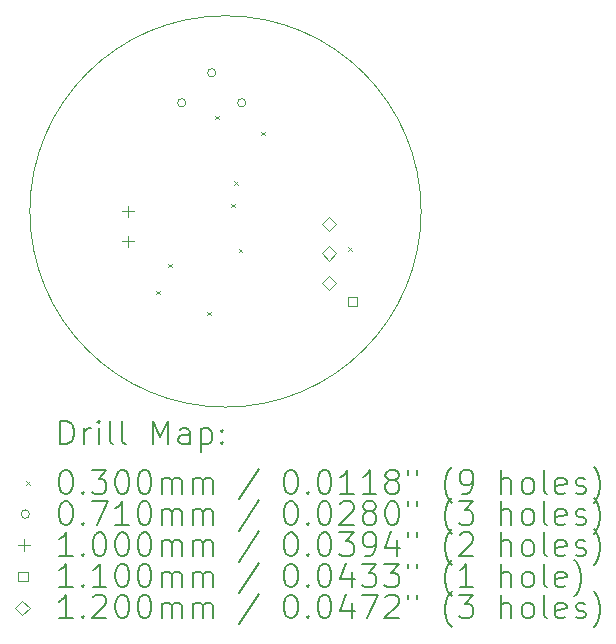
<source format=gbr>
%TF.GenerationSoftware,KiCad,Pcbnew,8.0.3*%
%TF.CreationDate,2024-11-14T20:06:35-08:00*%
%TF.ProjectId,SpeakerR,53706561-6b65-4725-922e-6b696361645f,rev?*%
%TF.SameCoordinates,Original*%
%TF.FileFunction,Drillmap*%
%TF.FilePolarity,Positive*%
%FSLAX45Y45*%
G04 Gerber Fmt 4.5, Leading zero omitted, Abs format (unit mm)*
G04 Created by KiCad (PCBNEW 8.0.3) date 2024-11-14 20:06:35*
%MOMM*%
%LPD*%
G01*
G04 APERTURE LIST*
%ADD10C,0.050000*%
%ADD11C,0.200000*%
%ADD12C,0.100000*%
%ADD13C,0.110000*%
%ADD14C,0.119999*%
G04 APERTURE END LIST*
D10*
X13378509Y-10033000D02*
G75*
G02*
X10065691Y-10033000I-1656409J0D01*
G01*
X10065691Y-10033000D02*
G75*
G02*
X13378509Y-10033000I1656409J0D01*
G01*
D11*
D12*
X11135600Y-10703800D02*
X11165600Y-10733800D01*
X11165600Y-10703800D02*
X11135600Y-10733800D01*
X11237200Y-10475200D02*
X11267200Y-10505200D01*
X11267200Y-10475200D02*
X11237200Y-10505200D01*
X11567400Y-10881600D02*
X11597400Y-10911600D01*
X11597400Y-10881600D02*
X11567400Y-10911600D01*
X11635980Y-9222980D02*
X11665980Y-9252980D01*
X11665980Y-9222980D02*
X11635980Y-9252980D01*
X11770600Y-9967200D02*
X11800600Y-9997200D01*
X11800600Y-9967200D02*
X11770600Y-9997200D01*
X11796000Y-9776700D02*
X11826000Y-9806700D01*
X11826000Y-9776700D02*
X11796000Y-9806700D01*
X11834100Y-10348200D02*
X11864100Y-10378200D01*
X11864100Y-10348200D02*
X11834100Y-10378200D01*
X12024600Y-9357600D02*
X12054600Y-9387600D01*
X12054600Y-9357600D02*
X12024600Y-9387600D01*
X12761200Y-10335500D02*
X12791200Y-10365500D01*
X12791200Y-10335500D02*
X12761200Y-10365500D01*
X11386760Y-9113520D02*
G75*
G02*
X11315760Y-9113520I-35500J0D01*
G01*
X11315760Y-9113520D02*
G75*
G02*
X11386760Y-9113520I35500J0D01*
G01*
X11640760Y-8859520D02*
G75*
G02*
X11569760Y-8859520I-35500J0D01*
G01*
X11569760Y-8859520D02*
G75*
G02*
X11640760Y-8859520I35500J0D01*
G01*
X11894760Y-9113520D02*
G75*
G02*
X11823760Y-9113520I-35500J0D01*
G01*
X11823760Y-9113520D02*
G75*
G02*
X11894760Y-9113520I35500J0D01*
G01*
X10896600Y-9983000D02*
X10896600Y-10083000D01*
X10846600Y-10033000D02*
X10946600Y-10033000D01*
X10896600Y-10237000D02*
X10896600Y-10337000D01*
X10846600Y-10287000D02*
X10946600Y-10287000D01*
D13*
X12837291Y-10837491D02*
X12837291Y-10759709D01*
X12759509Y-10759709D01*
X12759509Y-10837491D01*
X12837291Y-10837491D01*
D14*
X12598400Y-10198600D02*
X12658400Y-10138600D01*
X12598400Y-10078600D01*
X12538400Y-10138600D01*
X12598400Y-10198600D01*
X12598400Y-10448600D02*
X12658400Y-10388600D01*
X12598400Y-10328600D01*
X12538400Y-10388600D01*
X12598400Y-10448600D01*
X12598400Y-10698600D02*
X12658400Y-10638600D01*
X12598400Y-10578600D01*
X12538400Y-10638600D01*
X12598400Y-10698600D01*
D11*
X10323968Y-12003393D02*
X10323968Y-11803393D01*
X10323968Y-11803393D02*
X10371587Y-11803393D01*
X10371587Y-11803393D02*
X10400158Y-11812917D01*
X10400158Y-11812917D02*
X10419206Y-11831964D01*
X10419206Y-11831964D02*
X10428730Y-11851012D01*
X10428730Y-11851012D02*
X10438253Y-11889107D01*
X10438253Y-11889107D02*
X10438253Y-11917679D01*
X10438253Y-11917679D02*
X10428730Y-11955774D01*
X10428730Y-11955774D02*
X10419206Y-11974821D01*
X10419206Y-11974821D02*
X10400158Y-11993869D01*
X10400158Y-11993869D02*
X10371587Y-12003393D01*
X10371587Y-12003393D02*
X10323968Y-12003393D01*
X10523968Y-12003393D02*
X10523968Y-11870060D01*
X10523968Y-11908155D02*
X10533491Y-11889107D01*
X10533491Y-11889107D02*
X10543015Y-11879583D01*
X10543015Y-11879583D02*
X10562063Y-11870060D01*
X10562063Y-11870060D02*
X10581111Y-11870060D01*
X10647777Y-12003393D02*
X10647777Y-11870060D01*
X10647777Y-11803393D02*
X10638253Y-11812917D01*
X10638253Y-11812917D02*
X10647777Y-11822441D01*
X10647777Y-11822441D02*
X10657301Y-11812917D01*
X10657301Y-11812917D02*
X10647777Y-11803393D01*
X10647777Y-11803393D02*
X10647777Y-11822441D01*
X10771587Y-12003393D02*
X10752539Y-11993869D01*
X10752539Y-11993869D02*
X10743015Y-11974821D01*
X10743015Y-11974821D02*
X10743015Y-11803393D01*
X10876349Y-12003393D02*
X10857301Y-11993869D01*
X10857301Y-11993869D02*
X10847777Y-11974821D01*
X10847777Y-11974821D02*
X10847777Y-11803393D01*
X11104920Y-12003393D02*
X11104920Y-11803393D01*
X11104920Y-11803393D02*
X11171587Y-11946250D01*
X11171587Y-11946250D02*
X11238253Y-11803393D01*
X11238253Y-11803393D02*
X11238253Y-12003393D01*
X11419206Y-12003393D02*
X11419206Y-11898631D01*
X11419206Y-11898631D02*
X11409682Y-11879583D01*
X11409682Y-11879583D02*
X11390634Y-11870060D01*
X11390634Y-11870060D02*
X11352539Y-11870060D01*
X11352539Y-11870060D02*
X11333491Y-11879583D01*
X11419206Y-11993869D02*
X11400158Y-12003393D01*
X11400158Y-12003393D02*
X11352539Y-12003393D01*
X11352539Y-12003393D02*
X11333491Y-11993869D01*
X11333491Y-11993869D02*
X11323968Y-11974821D01*
X11323968Y-11974821D02*
X11323968Y-11955774D01*
X11323968Y-11955774D02*
X11333491Y-11936726D01*
X11333491Y-11936726D02*
X11352539Y-11927202D01*
X11352539Y-11927202D02*
X11400158Y-11927202D01*
X11400158Y-11927202D02*
X11419206Y-11917679D01*
X11514444Y-11870060D02*
X11514444Y-12070060D01*
X11514444Y-11879583D02*
X11533491Y-11870060D01*
X11533491Y-11870060D02*
X11571587Y-11870060D01*
X11571587Y-11870060D02*
X11590634Y-11879583D01*
X11590634Y-11879583D02*
X11600158Y-11889107D01*
X11600158Y-11889107D02*
X11609682Y-11908155D01*
X11609682Y-11908155D02*
X11609682Y-11965298D01*
X11609682Y-11965298D02*
X11600158Y-11984345D01*
X11600158Y-11984345D02*
X11590634Y-11993869D01*
X11590634Y-11993869D02*
X11571587Y-12003393D01*
X11571587Y-12003393D02*
X11533491Y-12003393D01*
X11533491Y-12003393D02*
X11514444Y-11993869D01*
X11695396Y-11984345D02*
X11704920Y-11993869D01*
X11704920Y-11993869D02*
X11695396Y-12003393D01*
X11695396Y-12003393D02*
X11685872Y-11993869D01*
X11685872Y-11993869D02*
X11695396Y-11984345D01*
X11695396Y-11984345D02*
X11695396Y-12003393D01*
X11695396Y-11879583D02*
X11704920Y-11889107D01*
X11704920Y-11889107D02*
X11695396Y-11898631D01*
X11695396Y-11898631D02*
X11685872Y-11889107D01*
X11685872Y-11889107D02*
X11695396Y-11879583D01*
X11695396Y-11879583D02*
X11695396Y-11898631D01*
D12*
X10033191Y-12316909D02*
X10063191Y-12346909D01*
X10063191Y-12316909D02*
X10033191Y-12346909D01*
D11*
X10362063Y-12223393D02*
X10381111Y-12223393D01*
X10381111Y-12223393D02*
X10400158Y-12232917D01*
X10400158Y-12232917D02*
X10409682Y-12242441D01*
X10409682Y-12242441D02*
X10419206Y-12261488D01*
X10419206Y-12261488D02*
X10428730Y-12299583D01*
X10428730Y-12299583D02*
X10428730Y-12347202D01*
X10428730Y-12347202D02*
X10419206Y-12385298D01*
X10419206Y-12385298D02*
X10409682Y-12404345D01*
X10409682Y-12404345D02*
X10400158Y-12413869D01*
X10400158Y-12413869D02*
X10381111Y-12423393D01*
X10381111Y-12423393D02*
X10362063Y-12423393D01*
X10362063Y-12423393D02*
X10343015Y-12413869D01*
X10343015Y-12413869D02*
X10333491Y-12404345D01*
X10333491Y-12404345D02*
X10323968Y-12385298D01*
X10323968Y-12385298D02*
X10314444Y-12347202D01*
X10314444Y-12347202D02*
X10314444Y-12299583D01*
X10314444Y-12299583D02*
X10323968Y-12261488D01*
X10323968Y-12261488D02*
X10333491Y-12242441D01*
X10333491Y-12242441D02*
X10343015Y-12232917D01*
X10343015Y-12232917D02*
X10362063Y-12223393D01*
X10514444Y-12404345D02*
X10523968Y-12413869D01*
X10523968Y-12413869D02*
X10514444Y-12423393D01*
X10514444Y-12423393D02*
X10504920Y-12413869D01*
X10504920Y-12413869D02*
X10514444Y-12404345D01*
X10514444Y-12404345D02*
X10514444Y-12423393D01*
X10590634Y-12223393D02*
X10714444Y-12223393D01*
X10714444Y-12223393D02*
X10647777Y-12299583D01*
X10647777Y-12299583D02*
X10676349Y-12299583D01*
X10676349Y-12299583D02*
X10695396Y-12309107D01*
X10695396Y-12309107D02*
X10704920Y-12318631D01*
X10704920Y-12318631D02*
X10714444Y-12337679D01*
X10714444Y-12337679D02*
X10714444Y-12385298D01*
X10714444Y-12385298D02*
X10704920Y-12404345D01*
X10704920Y-12404345D02*
X10695396Y-12413869D01*
X10695396Y-12413869D02*
X10676349Y-12423393D01*
X10676349Y-12423393D02*
X10619206Y-12423393D01*
X10619206Y-12423393D02*
X10600158Y-12413869D01*
X10600158Y-12413869D02*
X10590634Y-12404345D01*
X10838253Y-12223393D02*
X10857301Y-12223393D01*
X10857301Y-12223393D02*
X10876349Y-12232917D01*
X10876349Y-12232917D02*
X10885872Y-12242441D01*
X10885872Y-12242441D02*
X10895396Y-12261488D01*
X10895396Y-12261488D02*
X10904920Y-12299583D01*
X10904920Y-12299583D02*
X10904920Y-12347202D01*
X10904920Y-12347202D02*
X10895396Y-12385298D01*
X10895396Y-12385298D02*
X10885872Y-12404345D01*
X10885872Y-12404345D02*
X10876349Y-12413869D01*
X10876349Y-12413869D02*
X10857301Y-12423393D01*
X10857301Y-12423393D02*
X10838253Y-12423393D01*
X10838253Y-12423393D02*
X10819206Y-12413869D01*
X10819206Y-12413869D02*
X10809682Y-12404345D01*
X10809682Y-12404345D02*
X10800158Y-12385298D01*
X10800158Y-12385298D02*
X10790634Y-12347202D01*
X10790634Y-12347202D02*
X10790634Y-12299583D01*
X10790634Y-12299583D02*
X10800158Y-12261488D01*
X10800158Y-12261488D02*
X10809682Y-12242441D01*
X10809682Y-12242441D02*
X10819206Y-12232917D01*
X10819206Y-12232917D02*
X10838253Y-12223393D01*
X11028730Y-12223393D02*
X11047777Y-12223393D01*
X11047777Y-12223393D02*
X11066825Y-12232917D01*
X11066825Y-12232917D02*
X11076349Y-12242441D01*
X11076349Y-12242441D02*
X11085872Y-12261488D01*
X11085872Y-12261488D02*
X11095396Y-12299583D01*
X11095396Y-12299583D02*
X11095396Y-12347202D01*
X11095396Y-12347202D02*
X11085872Y-12385298D01*
X11085872Y-12385298D02*
X11076349Y-12404345D01*
X11076349Y-12404345D02*
X11066825Y-12413869D01*
X11066825Y-12413869D02*
X11047777Y-12423393D01*
X11047777Y-12423393D02*
X11028730Y-12423393D01*
X11028730Y-12423393D02*
X11009682Y-12413869D01*
X11009682Y-12413869D02*
X11000158Y-12404345D01*
X11000158Y-12404345D02*
X10990634Y-12385298D01*
X10990634Y-12385298D02*
X10981111Y-12347202D01*
X10981111Y-12347202D02*
X10981111Y-12299583D01*
X10981111Y-12299583D02*
X10990634Y-12261488D01*
X10990634Y-12261488D02*
X11000158Y-12242441D01*
X11000158Y-12242441D02*
X11009682Y-12232917D01*
X11009682Y-12232917D02*
X11028730Y-12223393D01*
X11181111Y-12423393D02*
X11181111Y-12290060D01*
X11181111Y-12309107D02*
X11190634Y-12299583D01*
X11190634Y-12299583D02*
X11209682Y-12290060D01*
X11209682Y-12290060D02*
X11238253Y-12290060D01*
X11238253Y-12290060D02*
X11257301Y-12299583D01*
X11257301Y-12299583D02*
X11266825Y-12318631D01*
X11266825Y-12318631D02*
X11266825Y-12423393D01*
X11266825Y-12318631D02*
X11276349Y-12299583D01*
X11276349Y-12299583D02*
X11295396Y-12290060D01*
X11295396Y-12290060D02*
X11323968Y-12290060D01*
X11323968Y-12290060D02*
X11343015Y-12299583D01*
X11343015Y-12299583D02*
X11352539Y-12318631D01*
X11352539Y-12318631D02*
X11352539Y-12423393D01*
X11447777Y-12423393D02*
X11447777Y-12290060D01*
X11447777Y-12309107D02*
X11457301Y-12299583D01*
X11457301Y-12299583D02*
X11476349Y-12290060D01*
X11476349Y-12290060D02*
X11504920Y-12290060D01*
X11504920Y-12290060D02*
X11523968Y-12299583D01*
X11523968Y-12299583D02*
X11533491Y-12318631D01*
X11533491Y-12318631D02*
X11533491Y-12423393D01*
X11533491Y-12318631D02*
X11543015Y-12299583D01*
X11543015Y-12299583D02*
X11562063Y-12290060D01*
X11562063Y-12290060D02*
X11590634Y-12290060D01*
X11590634Y-12290060D02*
X11609682Y-12299583D01*
X11609682Y-12299583D02*
X11619206Y-12318631D01*
X11619206Y-12318631D02*
X11619206Y-12423393D01*
X12009682Y-12213869D02*
X11838253Y-12471012D01*
X12266825Y-12223393D02*
X12285873Y-12223393D01*
X12285873Y-12223393D02*
X12304920Y-12232917D01*
X12304920Y-12232917D02*
X12314444Y-12242441D01*
X12314444Y-12242441D02*
X12323968Y-12261488D01*
X12323968Y-12261488D02*
X12333492Y-12299583D01*
X12333492Y-12299583D02*
X12333492Y-12347202D01*
X12333492Y-12347202D02*
X12323968Y-12385298D01*
X12323968Y-12385298D02*
X12314444Y-12404345D01*
X12314444Y-12404345D02*
X12304920Y-12413869D01*
X12304920Y-12413869D02*
X12285873Y-12423393D01*
X12285873Y-12423393D02*
X12266825Y-12423393D01*
X12266825Y-12423393D02*
X12247777Y-12413869D01*
X12247777Y-12413869D02*
X12238253Y-12404345D01*
X12238253Y-12404345D02*
X12228730Y-12385298D01*
X12228730Y-12385298D02*
X12219206Y-12347202D01*
X12219206Y-12347202D02*
X12219206Y-12299583D01*
X12219206Y-12299583D02*
X12228730Y-12261488D01*
X12228730Y-12261488D02*
X12238253Y-12242441D01*
X12238253Y-12242441D02*
X12247777Y-12232917D01*
X12247777Y-12232917D02*
X12266825Y-12223393D01*
X12419206Y-12404345D02*
X12428730Y-12413869D01*
X12428730Y-12413869D02*
X12419206Y-12423393D01*
X12419206Y-12423393D02*
X12409682Y-12413869D01*
X12409682Y-12413869D02*
X12419206Y-12404345D01*
X12419206Y-12404345D02*
X12419206Y-12423393D01*
X12552539Y-12223393D02*
X12571587Y-12223393D01*
X12571587Y-12223393D02*
X12590634Y-12232917D01*
X12590634Y-12232917D02*
X12600158Y-12242441D01*
X12600158Y-12242441D02*
X12609682Y-12261488D01*
X12609682Y-12261488D02*
X12619206Y-12299583D01*
X12619206Y-12299583D02*
X12619206Y-12347202D01*
X12619206Y-12347202D02*
X12609682Y-12385298D01*
X12609682Y-12385298D02*
X12600158Y-12404345D01*
X12600158Y-12404345D02*
X12590634Y-12413869D01*
X12590634Y-12413869D02*
X12571587Y-12423393D01*
X12571587Y-12423393D02*
X12552539Y-12423393D01*
X12552539Y-12423393D02*
X12533492Y-12413869D01*
X12533492Y-12413869D02*
X12523968Y-12404345D01*
X12523968Y-12404345D02*
X12514444Y-12385298D01*
X12514444Y-12385298D02*
X12504920Y-12347202D01*
X12504920Y-12347202D02*
X12504920Y-12299583D01*
X12504920Y-12299583D02*
X12514444Y-12261488D01*
X12514444Y-12261488D02*
X12523968Y-12242441D01*
X12523968Y-12242441D02*
X12533492Y-12232917D01*
X12533492Y-12232917D02*
X12552539Y-12223393D01*
X12809682Y-12423393D02*
X12695396Y-12423393D01*
X12752539Y-12423393D02*
X12752539Y-12223393D01*
X12752539Y-12223393D02*
X12733492Y-12251964D01*
X12733492Y-12251964D02*
X12714444Y-12271012D01*
X12714444Y-12271012D02*
X12695396Y-12280536D01*
X13000158Y-12423393D02*
X12885873Y-12423393D01*
X12943015Y-12423393D02*
X12943015Y-12223393D01*
X12943015Y-12223393D02*
X12923968Y-12251964D01*
X12923968Y-12251964D02*
X12904920Y-12271012D01*
X12904920Y-12271012D02*
X12885873Y-12280536D01*
X13114444Y-12309107D02*
X13095396Y-12299583D01*
X13095396Y-12299583D02*
X13085873Y-12290060D01*
X13085873Y-12290060D02*
X13076349Y-12271012D01*
X13076349Y-12271012D02*
X13076349Y-12261488D01*
X13076349Y-12261488D02*
X13085873Y-12242441D01*
X13085873Y-12242441D02*
X13095396Y-12232917D01*
X13095396Y-12232917D02*
X13114444Y-12223393D01*
X13114444Y-12223393D02*
X13152539Y-12223393D01*
X13152539Y-12223393D02*
X13171587Y-12232917D01*
X13171587Y-12232917D02*
X13181111Y-12242441D01*
X13181111Y-12242441D02*
X13190634Y-12261488D01*
X13190634Y-12261488D02*
X13190634Y-12271012D01*
X13190634Y-12271012D02*
X13181111Y-12290060D01*
X13181111Y-12290060D02*
X13171587Y-12299583D01*
X13171587Y-12299583D02*
X13152539Y-12309107D01*
X13152539Y-12309107D02*
X13114444Y-12309107D01*
X13114444Y-12309107D02*
X13095396Y-12318631D01*
X13095396Y-12318631D02*
X13085873Y-12328155D01*
X13085873Y-12328155D02*
X13076349Y-12347202D01*
X13076349Y-12347202D02*
X13076349Y-12385298D01*
X13076349Y-12385298D02*
X13085873Y-12404345D01*
X13085873Y-12404345D02*
X13095396Y-12413869D01*
X13095396Y-12413869D02*
X13114444Y-12423393D01*
X13114444Y-12423393D02*
X13152539Y-12423393D01*
X13152539Y-12423393D02*
X13171587Y-12413869D01*
X13171587Y-12413869D02*
X13181111Y-12404345D01*
X13181111Y-12404345D02*
X13190634Y-12385298D01*
X13190634Y-12385298D02*
X13190634Y-12347202D01*
X13190634Y-12347202D02*
X13181111Y-12328155D01*
X13181111Y-12328155D02*
X13171587Y-12318631D01*
X13171587Y-12318631D02*
X13152539Y-12309107D01*
X13266825Y-12223393D02*
X13266825Y-12261488D01*
X13343015Y-12223393D02*
X13343015Y-12261488D01*
X13638254Y-12499583D02*
X13628730Y-12490060D01*
X13628730Y-12490060D02*
X13609682Y-12461488D01*
X13609682Y-12461488D02*
X13600158Y-12442441D01*
X13600158Y-12442441D02*
X13590635Y-12413869D01*
X13590635Y-12413869D02*
X13581111Y-12366250D01*
X13581111Y-12366250D02*
X13581111Y-12328155D01*
X13581111Y-12328155D02*
X13590635Y-12280536D01*
X13590635Y-12280536D02*
X13600158Y-12251964D01*
X13600158Y-12251964D02*
X13609682Y-12232917D01*
X13609682Y-12232917D02*
X13628730Y-12204345D01*
X13628730Y-12204345D02*
X13638254Y-12194821D01*
X13723968Y-12423393D02*
X13762063Y-12423393D01*
X13762063Y-12423393D02*
X13781111Y-12413869D01*
X13781111Y-12413869D02*
X13790635Y-12404345D01*
X13790635Y-12404345D02*
X13809682Y-12375774D01*
X13809682Y-12375774D02*
X13819206Y-12337679D01*
X13819206Y-12337679D02*
X13819206Y-12261488D01*
X13819206Y-12261488D02*
X13809682Y-12242441D01*
X13809682Y-12242441D02*
X13800158Y-12232917D01*
X13800158Y-12232917D02*
X13781111Y-12223393D01*
X13781111Y-12223393D02*
X13743015Y-12223393D01*
X13743015Y-12223393D02*
X13723968Y-12232917D01*
X13723968Y-12232917D02*
X13714444Y-12242441D01*
X13714444Y-12242441D02*
X13704920Y-12261488D01*
X13704920Y-12261488D02*
X13704920Y-12309107D01*
X13704920Y-12309107D02*
X13714444Y-12328155D01*
X13714444Y-12328155D02*
X13723968Y-12337679D01*
X13723968Y-12337679D02*
X13743015Y-12347202D01*
X13743015Y-12347202D02*
X13781111Y-12347202D01*
X13781111Y-12347202D02*
X13800158Y-12337679D01*
X13800158Y-12337679D02*
X13809682Y-12328155D01*
X13809682Y-12328155D02*
X13819206Y-12309107D01*
X14057301Y-12423393D02*
X14057301Y-12223393D01*
X14143016Y-12423393D02*
X14143016Y-12318631D01*
X14143016Y-12318631D02*
X14133492Y-12299583D01*
X14133492Y-12299583D02*
X14114444Y-12290060D01*
X14114444Y-12290060D02*
X14085873Y-12290060D01*
X14085873Y-12290060D02*
X14066825Y-12299583D01*
X14066825Y-12299583D02*
X14057301Y-12309107D01*
X14266825Y-12423393D02*
X14247777Y-12413869D01*
X14247777Y-12413869D02*
X14238254Y-12404345D01*
X14238254Y-12404345D02*
X14228730Y-12385298D01*
X14228730Y-12385298D02*
X14228730Y-12328155D01*
X14228730Y-12328155D02*
X14238254Y-12309107D01*
X14238254Y-12309107D02*
X14247777Y-12299583D01*
X14247777Y-12299583D02*
X14266825Y-12290060D01*
X14266825Y-12290060D02*
X14295397Y-12290060D01*
X14295397Y-12290060D02*
X14314444Y-12299583D01*
X14314444Y-12299583D02*
X14323968Y-12309107D01*
X14323968Y-12309107D02*
X14333492Y-12328155D01*
X14333492Y-12328155D02*
X14333492Y-12385298D01*
X14333492Y-12385298D02*
X14323968Y-12404345D01*
X14323968Y-12404345D02*
X14314444Y-12413869D01*
X14314444Y-12413869D02*
X14295397Y-12423393D01*
X14295397Y-12423393D02*
X14266825Y-12423393D01*
X14447777Y-12423393D02*
X14428730Y-12413869D01*
X14428730Y-12413869D02*
X14419206Y-12394821D01*
X14419206Y-12394821D02*
X14419206Y-12223393D01*
X14600158Y-12413869D02*
X14581111Y-12423393D01*
X14581111Y-12423393D02*
X14543016Y-12423393D01*
X14543016Y-12423393D02*
X14523968Y-12413869D01*
X14523968Y-12413869D02*
X14514444Y-12394821D01*
X14514444Y-12394821D02*
X14514444Y-12318631D01*
X14514444Y-12318631D02*
X14523968Y-12299583D01*
X14523968Y-12299583D02*
X14543016Y-12290060D01*
X14543016Y-12290060D02*
X14581111Y-12290060D01*
X14581111Y-12290060D02*
X14600158Y-12299583D01*
X14600158Y-12299583D02*
X14609682Y-12318631D01*
X14609682Y-12318631D02*
X14609682Y-12337679D01*
X14609682Y-12337679D02*
X14514444Y-12356726D01*
X14685873Y-12413869D02*
X14704920Y-12423393D01*
X14704920Y-12423393D02*
X14743016Y-12423393D01*
X14743016Y-12423393D02*
X14762063Y-12413869D01*
X14762063Y-12413869D02*
X14771587Y-12394821D01*
X14771587Y-12394821D02*
X14771587Y-12385298D01*
X14771587Y-12385298D02*
X14762063Y-12366250D01*
X14762063Y-12366250D02*
X14743016Y-12356726D01*
X14743016Y-12356726D02*
X14714444Y-12356726D01*
X14714444Y-12356726D02*
X14695397Y-12347202D01*
X14695397Y-12347202D02*
X14685873Y-12328155D01*
X14685873Y-12328155D02*
X14685873Y-12318631D01*
X14685873Y-12318631D02*
X14695397Y-12299583D01*
X14695397Y-12299583D02*
X14714444Y-12290060D01*
X14714444Y-12290060D02*
X14743016Y-12290060D01*
X14743016Y-12290060D02*
X14762063Y-12299583D01*
X14838254Y-12499583D02*
X14847778Y-12490060D01*
X14847778Y-12490060D02*
X14866825Y-12461488D01*
X14866825Y-12461488D02*
X14876349Y-12442441D01*
X14876349Y-12442441D02*
X14885873Y-12413869D01*
X14885873Y-12413869D02*
X14895397Y-12366250D01*
X14895397Y-12366250D02*
X14895397Y-12328155D01*
X14895397Y-12328155D02*
X14885873Y-12280536D01*
X14885873Y-12280536D02*
X14876349Y-12251964D01*
X14876349Y-12251964D02*
X14866825Y-12232917D01*
X14866825Y-12232917D02*
X14847778Y-12204345D01*
X14847778Y-12204345D02*
X14838254Y-12194821D01*
D12*
X10063191Y-12595909D02*
G75*
G02*
X9992191Y-12595909I-35500J0D01*
G01*
X9992191Y-12595909D02*
G75*
G02*
X10063191Y-12595909I35500J0D01*
G01*
D11*
X10362063Y-12487393D02*
X10381111Y-12487393D01*
X10381111Y-12487393D02*
X10400158Y-12496917D01*
X10400158Y-12496917D02*
X10409682Y-12506441D01*
X10409682Y-12506441D02*
X10419206Y-12525488D01*
X10419206Y-12525488D02*
X10428730Y-12563583D01*
X10428730Y-12563583D02*
X10428730Y-12611202D01*
X10428730Y-12611202D02*
X10419206Y-12649298D01*
X10419206Y-12649298D02*
X10409682Y-12668345D01*
X10409682Y-12668345D02*
X10400158Y-12677869D01*
X10400158Y-12677869D02*
X10381111Y-12687393D01*
X10381111Y-12687393D02*
X10362063Y-12687393D01*
X10362063Y-12687393D02*
X10343015Y-12677869D01*
X10343015Y-12677869D02*
X10333491Y-12668345D01*
X10333491Y-12668345D02*
X10323968Y-12649298D01*
X10323968Y-12649298D02*
X10314444Y-12611202D01*
X10314444Y-12611202D02*
X10314444Y-12563583D01*
X10314444Y-12563583D02*
X10323968Y-12525488D01*
X10323968Y-12525488D02*
X10333491Y-12506441D01*
X10333491Y-12506441D02*
X10343015Y-12496917D01*
X10343015Y-12496917D02*
X10362063Y-12487393D01*
X10514444Y-12668345D02*
X10523968Y-12677869D01*
X10523968Y-12677869D02*
X10514444Y-12687393D01*
X10514444Y-12687393D02*
X10504920Y-12677869D01*
X10504920Y-12677869D02*
X10514444Y-12668345D01*
X10514444Y-12668345D02*
X10514444Y-12687393D01*
X10590634Y-12487393D02*
X10723968Y-12487393D01*
X10723968Y-12487393D02*
X10638253Y-12687393D01*
X10904920Y-12687393D02*
X10790634Y-12687393D01*
X10847777Y-12687393D02*
X10847777Y-12487393D01*
X10847777Y-12487393D02*
X10828730Y-12515964D01*
X10828730Y-12515964D02*
X10809682Y-12535012D01*
X10809682Y-12535012D02*
X10790634Y-12544536D01*
X11028730Y-12487393D02*
X11047777Y-12487393D01*
X11047777Y-12487393D02*
X11066825Y-12496917D01*
X11066825Y-12496917D02*
X11076349Y-12506441D01*
X11076349Y-12506441D02*
X11085872Y-12525488D01*
X11085872Y-12525488D02*
X11095396Y-12563583D01*
X11095396Y-12563583D02*
X11095396Y-12611202D01*
X11095396Y-12611202D02*
X11085872Y-12649298D01*
X11085872Y-12649298D02*
X11076349Y-12668345D01*
X11076349Y-12668345D02*
X11066825Y-12677869D01*
X11066825Y-12677869D02*
X11047777Y-12687393D01*
X11047777Y-12687393D02*
X11028730Y-12687393D01*
X11028730Y-12687393D02*
X11009682Y-12677869D01*
X11009682Y-12677869D02*
X11000158Y-12668345D01*
X11000158Y-12668345D02*
X10990634Y-12649298D01*
X10990634Y-12649298D02*
X10981111Y-12611202D01*
X10981111Y-12611202D02*
X10981111Y-12563583D01*
X10981111Y-12563583D02*
X10990634Y-12525488D01*
X10990634Y-12525488D02*
X11000158Y-12506441D01*
X11000158Y-12506441D02*
X11009682Y-12496917D01*
X11009682Y-12496917D02*
X11028730Y-12487393D01*
X11181111Y-12687393D02*
X11181111Y-12554060D01*
X11181111Y-12573107D02*
X11190634Y-12563583D01*
X11190634Y-12563583D02*
X11209682Y-12554060D01*
X11209682Y-12554060D02*
X11238253Y-12554060D01*
X11238253Y-12554060D02*
X11257301Y-12563583D01*
X11257301Y-12563583D02*
X11266825Y-12582631D01*
X11266825Y-12582631D02*
X11266825Y-12687393D01*
X11266825Y-12582631D02*
X11276349Y-12563583D01*
X11276349Y-12563583D02*
X11295396Y-12554060D01*
X11295396Y-12554060D02*
X11323968Y-12554060D01*
X11323968Y-12554060D02*
X11343015Y-12563583D01*
X11343015Y-12563583D02*
X11352539Y-12582631D01*
X11352539Y-12582631D02*
X11352539Y-12687393D01*
X11447777Y-12687393D02*
X11447777Y-12554060D01*
X11447777Y-12573107D02*
X11457301Y-12563583D01*
X11457301Y-12563583D02*
X11476349Y-12554060D01*
X11476349Y-12554060D02*
X11504920Y-12554060D01*
X11504920Y-12554060D02*
X11523968Y-12563583D01*
X11523968Y-12563583D02*
X11533491Y-12582631D01*
X11533491Y-12582631D02*
X11533491Y-12687393D01*
X11533491Y-12582631D02*
X11543015Y-12563583D01*
X11543015Y-12563583D02*
X11562063Y-12554060D01*
X11562063Y-12554060D02*
X11590634Y-12554060D01*
X11590634Y-12554060D02*
X11609682Y-12563583D01*
X11609682Y-12563583D02*
X11619206Y-12582631D01*
X11619206Y-12582631D02*
X11619206Y-12687393D01*
X12009682Y-12477869D02*
X11838253Y-12735012D01*
X12266825Y-12487393D02*
X12285873Y-12487393D01*
X12285873Y-12487393D02*
X12304920Y-12496917D01*
X12304920Y-12496917D02*
X12314444Y-12506441D01*
X12314444Y-12506441D02*
X12323968Y-12525488D01*
X12323968Y-12525488D02*
X12333492Y-12563583D01*
X12333492Y-12563583D02*
X12333492Y-12611202D01*
X12333492Y-12611202D02*
X12323968Y-12649298D01*
X12323968Y-12649298D02*
X12314444Y-12668345D01*
X12314444Y-12668345D02*
X12304920Y-12677869D01*
X12304920Y-12677869D02*
X12285873Y-12687393D01*
X12285873Y-12687393D02*
X12266825Y-12687393D01*
X12266825Y-12687393D02*
X12247777Y-12677869D01*
X12247777Y-12677869D02*
X12238253Y-12668345D01*
X12238253Y-12668345D02*
X12228730Y-12649298D01*
X12228730Y-12649298D02*
X12219206Y-12611202D01*
X12219206Y-12611202D02*
X12219206Y-12563583D01*
X12219206Y-12563583D02*
X12228730Y-12525488D01*
X12228730Y-12525488D02*
X12238253Y-12506441D01*
X12238253Y-12506441D02*
X12247777Y-12496917D01*
X12247777Y-12496917D02*
X12266825Y-12487393D01*
X12419206Y-12668345D02*
X12428730Y-12677869D01*
X12428730Y-12677869D02*
X12419206Y-12687393D01*
X12419206Y-12687393D02*
X12409682Y-12677869D01*
X12409682Y-12677869D02*
X12419206Y-12668345D01*
X12419206Y-12668345D02*
X12419206Y-12687393D01*
X12552539Y-12487393D02*
X12571587Y-12487393D01*
X12571587Y-12487393D02*
X12590634Y-12496917D01*
X12590634Y-12496917D02*
X12600158Y-12506441D01*
X12600158Y-12506441D02*
X12609682Y-12525488D01*
X12609682Y-12525488D02*
X12619206Y-12563583D01*
X12619206Y-12563583D02*
X12619206Y-12611202D01*
X12619206Y-12611202D02*
X12609682Y-12649298D01*
X12609682Y-12649298D02*
X12600158Y-12668345D01*
X12600158Y-12668345D02*
X12590634Y-12677869D01*
X12590634Y-12677869D02*
X12571587Y-12687393D01*
X12571587Y-12687393D02*
X12552539Y-12687393D01*
X12552539Y-12687393D02*
X12533492Y-12677869D01*
X12533492Y-12677869D02*
X12523968Y-12668345D01*
X12523968Y-12668345D02*
X12514444Y-12649298D01*
X12514444Y-12649298D02*
X12504920Y-12611202D01*
X12504920Y-12611202D02*
X12504920Y-12563583D01*
X12504920Y-12563583D02*
X12514444Y-12525488D01*
X12514444Y-12525488D02*
X12523968Y-12506441D01*
X12523968Y-12506441D02*
X12533492Y-12496917D01*
X12533492Y-12496917D02*
X12552539Y-12487393D01*
X12695396Y-12506441D02*
X12704920Y-12496917D01*
X12704920Y-12496917D02*
X12723968Y-12487393D01*
X12723968Y-12487393D02*
X12771587Y-12487393D01*
X12771587Y-12487393D02*
X12790634Y-12496917D01*
X12790634Y-12496917D02*
X12800158Y-12506441D01*
X12800158Y-12506441D02*
X12809682Y-12525488D01*
X12809682Y-12525488D02*
X12809682Y-12544536D01*
X12809682Y-12544536D02*
X12800158Y-12573107D01*
X12800158Y-12573107D02*
X12685873Y-12687393D01*
X12685873Y-12687393D02*
X12809682Y-12687393D01*
X12923968Y-12573107D02*
X12904920Y-12563583D01*
X12904920Y-12563583D02*
X12895396Y-12554060D01*
X12895396Y-12554060D02*
X12885873Y-12535012D01*
X12885873Y-12535012D02*
X12885873Y-12525488D01*
X12885873Y-12525488D02*
X12895396Y-12506441D01*
X12895396Y-12506441D02*
X12904920Y-12496917D01*
X12904920Y-12496917D02*
X12923968Y-12487393D01*
X12923968Y-12487393D02*
X12962063Y-12487393D01*
X12962063Y-12487393D02*
X12981111Y-12496917D01*
X12981111Y-12496917D02*
X12990634Y-12506441D01*
X12990634Y-12506441D02*
X13000158Y-12525488D01*
X13000158Y-12525488D02*
X13000158Y-12535012D01*
X13000158Y-12535012D02*
X12990634Y-12554060D01*
X12990634Y-12554060D02*
X12981111Y-12563583D01*
X12981111Y-12563583D02*
X12962063Y-12573107D01*
X12962063Y-12573107D02*
X12923968Y-12573107D01*
X12923968Y-12573107D02*
X12904920Y-12582631D01*
X12904920Y-12582631D02*
X12895396Y-12592155D01*
X12895396Y-12592155D02*
X12885873Y-12611202D01*
X12885873Y-12611202D02*
X12885873Y-12649298D01*
X12885873Y-12649298D02*
X12895396Y-12668345D01*
X12895396Y-12668345D02*
X12904920Y-12677869D01*
X12904920Y-12677869D02*
X12923968Y-12687393D01*
X12923968Y-12687393D02*
X12962063Y-12687393D01*
X12962063Y-12687393D02*
X12981111Y-12677869D01*
X12981111Y-12677869D02*
X12990634Y-12668345D01*
X12990634Y-12668345D02*
X13000158Y-12649298D01*
X13000158Y-12649298D02*
X13000158Y-12611202D01*
X13000158Y-12611202D02*
X12990634Y-12592155D01*
X12990634Y-12592155D02*
X12981111Y-12582631D01*
X12981111Y-12582631D02*
X12962063Y-12573107D01*
X13123968Y-12487393D02*
X13143015Y-12487393D01*
X13143015Y-12487393D02*
X13162063Y-12496917D01*
X13162063Y-12496917D02*
X13171587Y-12506441D01*
X13171587Y-12506441D02*
X13181111Y-12525488D01*
X13181111Y-12525488D02*
X13190634Y-12563583D01*
X13190634Y-12563583D02*
X13190634Y-12611202D01*
X13190634Y-12611202D02*
X13181111Y-12649298D01*
X13181111Y-12649298D02*
X13171587Y-12668345D01*
X13171587Y-12668345D02*
X13162063Y-12677869D01*
X13162063Y-12677869D02*
X13143015Y-12687393D01*
X13143015Y-12687393D02*
X13123968Y-12687393D01*
X13123968Y-12687393D02*
X13104920Y-12677869D01*
X13104920Y-12677869D02*
X13095396Y-12668345D01*
X13095396Y-12668345D02*
X13085873Y-12649298D01*
X13085873Y-12649298D02*
X13076349Y-12611202D01*
X13076349Y-12611202D02*
X13076349Y-12563583D01*
X13076349Y-12563583D02*
X13085873Y-12525488D01*
X13085873Y-12525488D02*
X13095396Y-12506441D01*
X13095396Y-12506441D02*
X13104920Y-12496917D01*
X13104920Y-12496917D02*
X13123968Y-12487393D01*
X13266825Y-12487393D02*
X13266825Y-12525488D01*
X13343015Y-12487393D02*
X13343015Y-12525488D01*
X13638254Y-12763583D02*
X13628730Y-12754060D01*
X13628730Y-12754060D02*
X13609682Y-12725488D01*
X13609682Y-12725488D02*
X13600158Y-12706441D01*
X13600158Y-12706441D02*
X13590635Y-12677869D01*
X13590635Y-12677869D02*
X13581111Y-12630250D01*
X13581111Y-12630250D02*
X13581111Y-12592155D01*
X13581111Y-12592155D02*
X13590635Y-12544536D01*
X13590635Y-12544536D02*
X13600158Y-12515964D01*
X13600158Y-12515964D02*
X13609682Y-12496917D01*
X13609682Y-12496917D02*
X13628730Y-12468345D01*
X13628730Y-12468345D02*
X13638254Y-12458821D01*
X13695396Y-12487393D02*
X13819206Y-12487393D01*
X13819206Y-12487393D02*
X13752539Y-12563583D01*
X13752539Y-12563583D02*
X13781111Y-12563583D01*
X13781111Y-12563583D02*
X13800158Y-12573107D01*
X13800158Y-12573107D02*
X13809682Y-12582631D01*
X13809682Y-12582631D02*
X13819206Y-12601679D01*
X13819206Y-12601679D02*
X13819206Y-12649298D01*
X13819206Y-12649298D02*
X13809682Y-12668345D01*
X13809682Y-12668345D02*
X13800158Y-12677869D01*
X13800158Y-12677869D02*
X13781111Y-12687393D01*
X13781111Y-12687393D02*
X13723968Y-12687393D01*
X13723968Y-12687393D02*
X13704920Y-12677869D01*
X13704920Y-12677869D02*
X13695396Y-12668345D01*
X14057301Y-12687393D02*
X14057301Y-12487393D01*
X14143016Y-12687393D02*
X14143016Y-12582631D01*
X14143016Y-12582631D02*
X14133492Y-12563583D01*
X14133492Y-12563583D02*
X14114444Y-12554060D01*
X14114444Y-12554060D02*
X14085873Y-12554060D01*
X14085873Y-12554060D02*
X14066825Y-12563583D01*
X14066825Y-12563583D02*
X14057301Y-12573107D01*
X14266825Y-12687393D02*
X14247777Y-12677869D01*
X14247777Y-12677869D02*
X14238254Y-12668345D01*
X14238254Y-12668345D02*
X14228730Y-12649298D01*
X14228730Y-12649298D02*
X14228730Y-12592155D01*
X14228730Y-12592155D02*
X14238254Y-12573107D01*
X14238254Y-12573107D02*
X14247777Y-12563583D01*
X14247777Y-12563583D02*
X14266825Y-12554060D01*
X14266825Y-12554060D02*
X14295397Y-12554060D01*
X14295397Y-12554060D02*
X14314444Y-12563583D01*
X14314444Y-12563583D02*
X14323968Y-12573107D01*
X14323968Y-12573107D02*
X14333492Y-12592155D01*
X14333492Y-12592155D02*
X14333492Y-12649298D01*
X14333492Y-12649298D02*
X14323968Y-12668345D01*
X14323968Y-12668345D02*
X14314444Y-12677869D01*
X14314444Y-12677869D02*
X14295397Y-12687393D01*
X14295397Y-12687393D02*
X14266825Y-12687393D01*
X14447777Y-12687393D02*
X14428730Y-12677869D01*
X14428730Y-12677869D02*
X14419206Y-12658821D01*
X14419206Y-12658821D02*
X14419206Y-12487393D01*
X14600158Y-12677869D02*
X14581111Y-12687393D01*
X14581111Y-12687393D02*
X14543016Y-12687393D01*
X14543016Y-12687393D02*
X14523968Y-12677869D01*
X14523968Y-12677869D02*
X14514444Y-12658821D01*
X14514444Y-12658821D02*
X14514444Y-12582631D01*
X14514444Y-12582631D02*
X14523968Y-12563583D01*
X14523968Y-12563583D02*
X14543016Y-12554060D01*
X14543016Y-12554060D02*
X14581111Y-12554060D01*
X14581111Y-12554060D02*
X14600158Y-12563583D01*
X14600158Y-12563583D02*
X14609682Y-12582631D01*
X14609682Y-12582631D02*
X14609682Y-12601679D01*
X14609682Y-12601679D02*
X14514444Y-12620726D01*
X14685873Y-12677869D02*
X14704920Y-12687393D01*
X14704920Y-12687393D02*
X14743016Y-12687393D01*
X14743016Y-12687393D02*
X14762063Y-12677869D01*
X14762063Y-12677869D02*
X14771587Y-12658821D01*
X14771587Y-12658821D02*
X14771587Y-12649298D01*
X14771587Y-12649298D02*
X14762063Y-12630250D01*
X14762063Y-12630250D02*
X14743016Y-12620726D01*
X14743016Y-12620726D02*
X14714444Y-12620726D01*
X14714444Y-12620726D02*
X14695397Y-12611202D01*
X14695397Y-12611202D02*
X14685873Y-12592155D01*
X14685873Y-12592155D02*
X14685873Y-12582631D01*
X14685873Y-12582631D02*
X14695397Y-12563583D01*
X14695397Y-12563583D02*
X14714444Y-12554060D01*
X14714444Y-12554060D02*
X14743016Y-12554060D01*
X14743016Y-12554060D02*
X14762063Y-12563583D01*
X14838254Y-12763583D02*
X14847778Y-12754060D01*
X14847778Y-12754060D02*
X14866825Y-12725488D01*
X14866825Y-12725488D02*
X14876349Y-12706441D01*
X14876349Y-12706441D02*
X14885873Y-12677869D01*
X14885873Y-12677869D02*
X14895397Y-12630250D01*
X14895397Y-12630250D02*
X14895397Y-12592155D01*
X14895397Y-12592155D02*
X14885873Y-12544536D01*
X14885873Y-12544536D02*
X14876349Y-12515964D01*
X14876349Y-12515964D02*
X14866825Y-12496917D01*
X14866825Y-12496917D02*
X14847778Y-12468345D01*
X14847778Y-12468345D02*
X14838254Y-12458821D01*
D12*
X10013191Y-12809909D02*
X10013191Y-12909909D01*
X9963191Y-12859909D02*
X10063191Y-12859909D01*
D11*
X10428730Y-12951393D02*
X10314444Y-12951393D01*
X10371587Y-12951393D02*
X10371587Y-12751393D01*
X10371587Y-12751393D02*
X10352539Y-12779964D01*
X10352539Y-12779964D02*
X10333491Y-12799012D01*
X10333491Y-12799012D02*
X10314444Y-12808536D01*
X10514444Y-12932345D02*
X10523968Y-12941869D01*
X10523968Y-12941869D02*
X10514444Y-12951393D01*
X10514444Y-12951393D02*
X10504920Y-12941869D01*
X10504920Y-12941869D02*
X10514444Y-12932345D01*
X10514444Y-12932345D02*
X10514444Y-12951393D01*
X10647777Y-12751393D02*
X10666825Y-12751393D01*
X10666825Y-12751393D02*
X10685872Y-12760917D01*
X10685872Y-12760917D02*
X10695396Y-12770441D01*
X10695396Y-12770441D02*
X10704920Y-12789488D01*
X10704920Y-12789488D02*
X10714444Y-12827583D01*
X10714444Y-12827583D02*
X10714444Y-12875202D01*
X10714444Y-12875202D02*
X10704920Y-12913298D01*
X10704920Y-12913298D02*
X10695396Y-12932345D01*
X10695396Y-12932345D02*
X10685872Y-12941869D01*
X10685872Y-12941869D02*
X10666825Y-12951393D01*
X10666825Y-12951393D02*
X10647777Y-12951393D01*
X10647777Y-12951393D02*
X10628730Y-12941869D01*
X10628730Y-12941869D02*
X10619206Y-12932345D01*
X10619206Y-12932345D02*
X10609682Y-12913298D01*
X10609682Y-12913298D02*
X10600158Y-12875202D01*
X10600158Y-12875202D02*
X10600158Y-12827583D01*
X10600158Y-12827583D02*
X10609682Y-12789488D01*
X10609682Y-12789488D02*
X10619206Y-12770441D01*
X10619206Y-12770441D02*
X10628730Y-12760917D01*
X10628730Y-12760917D02*
X10647777Y-12751393D01*
X10838253Y-12751393D02*
X10857301Y-12751393D01*
X10857301Y-12751393D02*
X10876349Y-12760917D01*
X10876349Y-12760917D02*
X10885872Y-12770441D01*
X10885872Y-12770441D02*
X10895396Y-12789488D01*
X10895396Y-12789488D02*
X10904920Y-12827583D01*
X10904920Y-12827583D02*
X10904920Y-12875202D01*
X10904920Y-12875202D02*
X10895396Y-12913298D01*
X10895396Y-12913298D02*
X10885872Y-12932345D01*
X10885872Y-12932345D02*
X10876349Y-12941869D01*
X10876349Y-12941869D02*
X10857301Y-12951393D01*
X10857301Y-12951393D02*
X10838253Y-12951393D01*
X10838253Y-12951393D02*
X10819206Y-12941869D01*
X10819206Y-12941869D02*
X10809682Y-12932345D01*
X10809682Y-12932345D02*
X10800158Y-12913298D01*
X10800158Y-12913298D02*
X10790634Y-12875202D01*
X10790634Y-12875202D02*
X10790634Y-12827583D01*
X10790634Y-12827583D02*
X10800158Y-12789488D01*
X10800158Y-12789488D02*
X10809682Y-12770441D01*
X10809682Y-12770441D02*
X10819206Y-12760917D01*
X10819206Y-12760917D02*
X10838253Y-12751393D01*
X11028730Y-12751393D02*
X11047777Y-12751393D01*
X11047777Y-12751393D02*
X11066825Y-12760917D01*
X11066825Y-12760917D02*
X11076349Y-12770441D01*
X11076349Y-12770441D02*
X11085872Y-12789488D01*
X11085872Y-12789488D02*
X11095396Y-12827583D01*
X11095396Y-12827583D02*
X11095396Y-12875202D01*
X11095396Y-12875202D02*
X11085872Y-12913298D01*
X11085872Y-12913298D02*
X11076349Y-12932345D01*
X11076349Y-12932345D02*
X11066825Y-12941869D01*
X11066825Y-12941869D02*
X11047777Y-12951393D01*
X11047777Y-12951393D02*
X11028730Y-12951393D01*
X11028730Y-12951393D02*
X11009682Y-12941869D01*
X11009682Y-12941869D02*
X11000158Y-12932345D01*
X11000158Y-12932345D02*
X10990634Y-12913298D01*
X10990634Y-12913298D02*
X10981111Y-12875202D01*
X10981111Y-12875202D02*
X10981111Y-12827583D01*
X10981111Y-12827583D02*
X10990634Y-12789488D01*
X10990634Y-12789488D02*
X11000158Y-12770441D01*
X11000158Y-12770441D02*
X11009682Y-12760917D01*
X11009682Y-12760917D02*
X11028730Y-12751393D01*
X11181111Y-12951393D02*
X11181111Y-12818060D01*
X11181111Y-12837107D02*
X11190634Y-12827583D01*
X11190634Y-12827583D02*
X11209682Y-12818060D01*
X11209682Y-12818060D02*
X11238253Y-12818060D01*
X11238253Y-12818060D02*
X11257301Y-12827583D01*
X11257301Y-12827583D02*
X11266825Y-12846631D01*
X11266825Y-12846631D02*
X11266825Y-12951393D01*
X11266825Y-12846631D02*
X11276349Y-12827583D01*
X11276349Y-12827583D02*
X11295396Y-12818060D01*
X11295396Y-12818060D02*
X11323968Y-12818060D01*
X11323968Y-12818060D02*
X11343015Y-12827583D01*
X11343015Y-12827583D02*
X11352539Y-12846631D01*
X11352539Y-12846631D02*
X11352539Y-12951393D01*
X11447777Y-12951393D02*
X11447777Y-12818060D01*
X11447777Y-12837107D02*
X11457301Y-12827583D01*
X11457301Y-12827583D02*
X11476349Y-12818060D01*
X11476349Y-12818060D02*
X11504920Y-12818060D01*
X11504920Y-12818060D02*
X11523968Y-12827583D01*
X11523968Y-12827583D02*
X11533491Y-12846631D01*
X11533491Y-12846631D02*
X11533491Y-12951393D01*
X11533491Y-12846631D02*
X11543015Y-12827583D01*
X11543015Y-12827583D02*
X11562063Y-12818060D01*
X11562063Y-12818060D02*
X11590634Y-12818060D01*
X11590634Y-12818060D02*
X11609682Y-12827583D01*
X11609682Y-12827583D02*
X11619206Y-12846631D01*
X11619206Y-12846631D02*
X11619206Y-12951393D01*
X12009682Y-12741869D02*
X11838253Y-12999012D01*
X12266825Y-12751393D02*
X12285873Y-12751393D01*
X12285873Y-12751393D02*
X12304920Y-12760917D01*
X12304920Y-12760917D02*
X12314444Y-12770441D01*
X12314444Y-12770441D02*
X12323968Y-12789488D01*
X12323968Y-12789488D02*
X12333492Y-12827583D01*
X12333492Y-12827583D02*
X12333492Y-12875202D01*
X12333492Y-12875202D02*
X12323968Y-12913298D01*
X12323968Y-12913298D02*
X12314444Y-12932345D01*
X12314444Y-12932345D02*
X12304920Y-12941869D01*
X12304920Y-12941869D02*
X12285873Y-12951393D01*
X12285873Y-12951393D02*
X12266825Y-12951393D01*
X12266825Y-12951393D02*
X12247777Y-12941869D01*
X12247777Y-12941869D02*
X12238253Y-12932345D01*
X12238253Y-12932345D02*
X12228730Y-12913298D01*
X12228730Y-12913298D02*
X12219206Y-12875202D01*
X12219206Y-12875202D02*
X12219206Y-12827583D01*
X12219206Y-12827583D02*
X12228730Y-12789488D01*
X12228730Y-12789488D02*
X12238253Y-12770441D01*
X12238253Y-12770441D02*
X12247777Y-12760917D01*
X12247777Y-12760917D02*
X12266825Y-12751393D01*
X12419206Y-12932345D02*
X12428730Y-12941869D01*
X12428730Y-12941869D02*
X12419206Y-12951393D01*
X12419206Y-12951393D02*
X12409682Y-12941869D01*
X12409682Y-12941869D02*
X12419206Y-12932345D01*
X12419206Y-12932345D02*
X12419206Y-12951393D01*
X12552539Y-12751393D02*
X12571587Y-12751393D01*
X12571587Y-12751393D02*
X12590634Y-12760917D01*
X12590634Y-12760917D02*
X12600158Y-12770441D01*
X12600158Y-12770441D02*
X12609682Y-12789488D01*
X12609682Y-12789488D02*
X12619206Y-12827583D01*
X12619206Y-12827583D02*
X12619206Y-12875202D01*
X12619206Y-12875202D02*
X12609682Y-12913298D01*
X12609682Y-12913298D02*
X12600158Y-12932345D01*
X12600158Y-12932345D02*
X12590634Y-12941869D01*
X12590634Y-12941869D02*
X12571587Y-12951393D01*
X12571587Y-12951393D02*
X12552539Y-12951393D01*
X12552539Y-12951393D02*
X12533492Y-12941869D01*
X12533492Y-12941869D02*
X12523968Y-12932345D01*
X12523968Y-12932345D02*
X12514444Y-12913298D01*
X12514444Y-12913298D02*
X12504920Y-12875202D01*
X12504920Y-12875202D02*
X12504920Y-12827583D01*
X12504920Y-12827583D02*
X12514444Y-12789488D01*
X12514444Y-12789488D02*
X12523968Y-12770441D01*
X12523968Y-12770441D02*
X12533492Y-12760917D01*
X12533492Y-12760917D02*
X12552539Y-12751393D01*
X12685873Y-12751393D02*
X12809682Y-12751393D01*
X12809682Y-12751393D02*
X12743015Y-12827583D01*
X12743015Y-12827583D02*
X12771587Y-12827583D01*
X12771587Y-12827583D02*
X12790634Y-12837107D01*
X12790634Y-12837107D02*
X12800158Y-12846631D01*
X12800158Y-12846631D02*
X12809682Y-12865679D01*
X12809682Y-12865679D02*
X12809682Y-12913298D01*
X12809682Y-12913298D02*
X12800158Y-12932345D01*
X12800158Y-12932345D02*
X12790634Y-12941869D01*
X12790634Y-12941869D02*
X12771587Y-12951393D01*
X12771587Y-12951393D02*
X12714444Y-12951393D01*
X12714444Y-12951393D02*
X12695396Y-12941869D01*
X12695396Y-12941869D02*
X12685873Y-12932345D01*
X12904920Y-12951393D02*
X12943015Y-12951393D01*
X12943015Y-12951393D02*
X12962063Y-12941869D01*
X12962063Y-12941869D02*
X12971587Y-12932345D01*
X12971587Y-12932345D02*
X12990634Y-12903774D01*
X12990634Y-12903774D02*
X13000158Y-12865679D01*
X13000158Y-12865679D02*
X13000158Y-12789488D01*
X13000158Y-12789488D02*
X12990634Y-12770441D01*
X12990634Y-12770441D02*
X12981111Y-12760917D01*
X12981111Y-12760917D02*
X12962063Y-12751393D01*
X12962063Y-12751393D02*
X12923968Y-12751393D01*
X12923968Y-12751393D02*
X12904920Y-12760917D01*
X12904920Y-12760917D02*
X12895396Y-12770441D01*
X12895396Y-12770441D02*
X12885873Y-12789488D01*
X12885873Y-12789488D02*
X12885873Y-12837107D01*
X12885873Y-12837107D02*
X12895396Y-12856155D01*
X12895396Y-12856155D02*
X12904920Y-12865679D01*
X12904920Y-12865679D02*
X12923968Y-12875202D01*
X12923968Y-12875202D02*
X12962063Y-12875202D01*
X12962063Y-12875202D02*
X12981111Y-12865679D01*
X12981111Y-12865679D02*
X12990634Y-12856155D01*
X12990634Y-12856155D02*
X13000158Y-12837107D01*
X13171587Y-12818060D02*
X13171587Y-12951393D01*
X13123968Y-12741869D02*
X13076349Y-12884726D01*
X13076349Y-12884726D02*
X13200158Y-12884726D01*
X13266825Y-12751393D02*
X13266825Y-12789488D01*
X13343015Y-12751393D02*
X13343015Y-12789488D01*
X13638254Y-13027583D02*
X13628730Y-13018060D01*
X13628730Y-13018060D02*
X13609682Y-12989488D01*
X13609682Y-12989488D02*
X13600158Y-12970441D01*
X13600158Y-12970441D02*
X13590635Y-12941869D01*
X13590635Y-12941869D02*
X13581111Y-12894250D01*
X13581111Y-12894250D02*
X13581111Y-12856155D01*
X13581111Y-12856155D02*
X13590635Y-12808536D01*
X13590635Y-12808536D02*
X13600158Y-12779964D01*
X13600158Y-12779964D02*
X13609682Y-12760917D01*
X13609682Y-12760917D02*
X13628730Y-12732345D01*
X13628730Y-12732345D02*
X13638254Y-12722821D01*
X13704920Y-12770441D02*
X13714444Y-12760917D01*
X13714444Y-12760917D02*
X13733492Y-12751393D01*
X13733492Y-12751393D02*
X13781111Y-12751393D01*
X13781111Y-12751393D02*
X13800158Y-12760917D01*
X13800158Y-12760917D02*
X13809682Y-12770441D01*
X13809682Y-12770441D02*
X13819206Y-12789488D01*
X13819206Y-12789488D02*
X13819206Y-12808536D01*
X13819206Y-12808536D02*
X13809682Y-12837107D01*
X13809682Y-12837107D02*
X13695396Y-12951393D01*
X13695396Y-12951393D02*
X13819206Y-12951393D01*
X14057301Y-12951393D02*
X14057301Y-12751393D01*
X14143016Y-12951393D02*
X14143016Y-12846631D01*
X14143016Y-12846631D02*
X14133492Y-12827583D01*
X14133492Y-12827583D02*
X14114444Y-12818060D01*
X14114444Y-12818060D02*
X14085873Y-12818060D01*
X14085873Y-12818060D02*
X14066825Y-12827583D01*
X14066825Y-12827583D02*
X14057301Y-12837107D01*
X14266825Y-12951393D02*
X14247777Y-12941869D01*
X14247777Y-12941869D02*
X14238254Y-12932345D01*
X14238254Y-12932345D02*
X14228730Y-12913298D01*
X14228730Y-12913298D02*
X14228730Y-12856155D01*
X14228730Y-12856155D02*
X14238254Y-12837107D01*
X14238254Y-12837107D02*
X14247777Y-12827583D01*
X14247777Y-12827583D02*
X14266825Y-12818060D01*
X14266825Y-12818060D02*
X14295397Y-12818060D01*
X14295397Y-12818060D02*
X14314444Y-12827583D01*
X14314444Y-12827583D02*
X14323968Y-12837107D01*
X14323968Y-12837107D02*
X14333492Y-12856155D01*
X14333492Y-12856155D02*
X14333492Y-12913298D01*
X14333492Y-12913298D02*
X14323968Y-12932345D01*
X14323968Y-12932345D02*
X14314444Y-12941869D01*
X14314444Y-12941869D02*
X14295397Y-12951393D01*
X14295397Y-12951393D02*
X14266825Y-12951393D01*
X14447777Y-12951393D02*
X14428730Y-12941869D01*
X14428730Y-12941869D02*
X14419206Y-12922821D01*
X14419206Y-12922821D02*
X14419206Y-12751393D01*
X14600158Y-12941869D02*
X14581111Y-12951393D01*
X14581111Y-12951393D02*
X14543016Y-12951393D01*
X14543016Y-12951393D02*
X14523968Y-12941869D01*
X14523968Y-12941869D02*
X14514444Y-12922821D01*
X14514444Y-12922821D02*
X14514444Y-12846631D01*
X14514444Y-12846631D02*
X14523968Y-12827583D01*
X14523968Y-12827583D02*
X14543016Y-12818060D01*
X14543016Y-12818060D02*
X14581111Y-12818060D01*
X14581111Y-12818060D02*
X14600158Y-12827583D01*
X14600158Y-12827583D02*
X14609682Y-12846631D01*
X14609682Y-12846631D02*
X14609682Y-12865679D01*
X14609682Y-12865679D02*
X14514444Y-12884726D01*
X14685873Y-12941869D02*
X14704920Y-12951393D01*
X14704920Y-12951393D02*
X14743016Y-12951393D01*
X14743016Y-12951393D02*
X14762063Y-12941869D01*
X14762063Y-12941869D02*
X14771587Y-12922821D01*
X14771587Y-12922821D02*
X14771587Y-12913298D01*
X14771587Y-12913298D02*
X14762063Y-12894250D01*
X14762063Y-12894250D02*
X14743016Y-12884726D01*
X14743016Y-12884726D02*
X14714444Y-12884726D01*
X14714444Y-12884726D02*
X14695397Y-12875202D01*
X14695397Y-12875202D02*
X14685873Y-12856155D01*
X14685873Y-12856155D02*
X14685873Y-12846631D01*
X14685873Y-12846631D02*
X14695397Y-12827583D01*
X14695397Y-12827583D02*
X14714444Y-12818060D01*
X14714444Y-12818060D02*
X14743016Y-12818060D01*
X14743016Y-12818060D02*
X14762063Y-12827583D01*
X14838254Y-13027583D02*
X14847778Y-13018060D01*
X14847778Y-13018060D02*
X14866825Y-12989488D01*
X14866825Y-12989488D02*
X14876349Y-12970441D01*
X14876349Y-12970441D02*
X14885873Y-12941869D01*
X14885873Y-12941869D02*
X14895397Y-12894250D01*
X14895397Y-12894250D02*
X14895397Y-12856155D01*
X14895397Y-12856155D02*
X14885873Y-12808536D01*
X14885873Y-12808536D02*
X14876349Y-12779964D01*
X14876349Y-12779964D02*
X14866825Y-12760917D01*
X14866825Y-12760917D02*
X14847778Y-12732345D01*
X14847778Y-12732345D02*
X14838254Y-12722821D01*
D13*
X10047082Y-13162800D02*
X10047082Y-13085018D01*
X9969300Y-13085018D01*
X9969300Y-13162800D01*
X10047082Y-13162800D01*
D11*
X10428730Y-13215393D02*
X10314444Y-13215393D01*
X10371587Y-13215393D02*
X10371587Y-13015393D01*
X10371587Y-13015393D02*
X10352539Y-13043964D01*
X10352539Y-13043964D02*
X10333491Y-13063012D01*
X10333491Y-13063012D02*
X10314444Y-13072536D01*
X10514444Y-13196345D02*
X10523968Y-13205869D01*
X10523968Y-13205869D02*
X10514444Y-13215393D01*
X10514444Y-13215393D02*
X10504920Y-13205869D01*
X10504920Y-13205869D02*
X10514444Y-13196345D01*
X10514444Y-13196345D02*
X10514444Y-13215393D01*
X10714444Y-13215393D02*
X10600158Y-13215393D01*
X10657301Y-13215393D02*
X10657301Y-13015393D01*
X10657301Y-13015393D02*
X10638253Y-13043964D01*
X10638253Y-13043964D02*
X10619206Y-13063012D01*
X10619206Y-13063012D02*
X10600158Y-13072536D01*
X10838253Y-13015393D02*
X10857301Y-13015393D01*
X10857301Y-13015393D02*
X10876349Y-13024917D01*
X10876349Y-13024917D02*
X10885872Y-13034441D01*
X10885872Y-13034441D02*
X10895396Y-13053488D01*
X10895396Y-13053488D02*
X10904920Y-13091583D01*
X10904920Y-13091583D02*
X10904920Y-13139202D01*
X10904920Y-13139202D02*
X10895396Y-13177298D01*
X10895396Y-13177298D02*
X10885872Y-13196345D01*
X10885872Y-13196345D02*
X10876349Y-13205869D01*
X10876349Y-13205869D02*
X10857301Y-13215393D01*
X10857301Y-13215393D02*
X10838253Y-13215393D01*
X10838253Y-13215393D02*
X10819206Y-13205869D01*
X10819206Y-13205869D02*
X10809682Y-13196345D01*
X10809682Y-13196345D02*
X10800158Y-13177298D01*
X10800158Y-13177298D02*
X10790634Y-13139202D01*
X10790634Y-13139202D02*
X10790634Y-13091583D01*
X10790634Y-13091583D02*
X10800158Y-13053488D01*
X10800158Y-13053488D02*
X10809682Y-13034441D01*
X10809682Y-13034441D02*
X10819206Y-13024917D01*
X10819206Y-13024917D02*
X10838253Y-13015393D01*
X11028730Y-13015393D02*
X11047777Y-13015393D01*
X11047777Y-13015393D02*
X11066825Y-13024917D01*
X11066825Y-13024917D02*
X11076349Y-13034441D01*
X11076349Y-13034441D02*
X11085872Y-13053488D01*
X11085872Y-13053488D02*
X11095396Y-13091583D01*
X11095396Y-13091583D02*
X11095396Y-13139202D01*
X11095396Y-13139202D02*
X11085872Y-13177298D01*
X11085872Y-13177298D02*
X11076349Y-13196345D01*
X11076349Y-13196345D02*
X11066825Y-13205869D01*
X11066825Y-13205869D02*
X11047777Y-13215393D01*
X11047777Y-13215393D02*
X11028730Y-13215393D01*
X11028730Y-13215393D02*
X11009682Y-13205869D01*
X11009682Y-13205869D02*
X11000158Y-13196345D01*
X11000158Y-13196345D02*
X10990634Y-13177298D01*
X10990634Y-13177298D02*
X10981111Y-13139202D01*
X10981111Y-13139202D02*
X10981111Y-13091583D01*
X10981111Y-13091583D02*
X10990634Y-13053488D01*
X10990634Y-13053488D02*
X11000158Y-13034441D01*
X11000158Y-13034441D02*
X11009682Y-13024917D01*
X11009682Y-13024917D02*
X11028730Y-13015393D01*
X11181111Y-13215393D02*
X11181111Y-13082060D01*
X11181111Y-13101107D02*
X11190634Y-13091583D01*
X11190634Y-13091583D02*
X11209682Y-13082060D01*
X11209682Y-13082060D02*
X11238253Y-13082060D01*
X11238253Y-13082060D02*
X11257301Y-13091583D01*
X11257301Y-13091583D02*
X11266825Y-13110631D01*
X11266825Y-13110631D02*
X11266825Y-13215393D01*
X11266825Y-13110631D02*
X11276349Y-13091583D01*
X11276349Y-13091583D02*
X11295396Y-13082060D01*
X11295396Y-13082060D02*
X11323968Y-13082060D01*
X11323968Y-13082060D02*
X11343015Y-13091583D01*
X11343015Y-13091583D02*
X11352539Y-13110631D01*
X11352539Y-13110631D02*
X11352539Y-13215393D01*
X11447777Y-13215393D02*
X11447777Y-13082060D01*
X11447777Y-13101107D02*
X11457301Y-13091583D01*
X11457301Y-13091583D02*
X11476349Y-13082060D01*
X11476349Y-13082060D02*
X11504920Y-13082060D01*
X11504920Y-13082060D02*
X11523968Y-13091583D01*
X11523968Y-13091583D02*
X11533491Y-13110631D01*
X11533491Y-13110631D02*
X11533491Y-13215393D01*
X11533491Y-13110631D02*
X11543015Y-13091583D01*
X11543015Y-13091583D02*
X11562063Y-13082060D01*
X11562063Y-13082060D02*
X11590634Y-13082060D01*
X11590634Y-13082060D02*
X11609682Y-13091583D01*
X11609682Y-13091583D02*
X11619206Y-13110631D01*
X11619206Y-13110631D02*
X11619206Y-13215393D01*
X12009682Y-13005869D02*
X11838253Y-13263012D01*
X12266825Y-13015393D02*
X12285873Y-13015393D01*
X12285873Y-13015393D02*
X12304920Y-13024917D01*
X12304920Y-13024917D02*
X12314444Y-13034441D01*
X12314444Y-13034441D02*
X12323968Y-13053488D01*
X12323968Y-13053488D02*
X12333492Y-13091583D01*
X12333492Y-13091583D02*
X12333492Y-13139202D01*
X12333492Y-13139202D02*
X12323968Y-13177298D01*
X12323968Y-13177298D02*
X12314444Y-13196345D01*
X12314444Y-13196345D02*
X12304920Y-13205869D01*
X12304920Y-13205869D02*
X12285873Y-13215393D01*
X12285873Y-13215393D02*
X12266825Y-13215393D01*
X12266825Y-13215393D02*
X12247777Y-13205869D01*
X12247777Y-13205869D02*
X12238253Y-13196345D01*
X12238253Y-13196345D02*
X12228730Y-13177298D01*
X12228730Y-13177298D02*
X12219206Y-13139202D01*
X12219206Y-13139202D02*
X12219206Y-13091583D01*
X12219206Y-13091583D02*
X12228730Y-13053488D01*
X12228730Y-13053488D02*
X12238253Y-13034441D01*
X12238253Y-13034441D02*
X12247777Y-13024917D01*
X12247777Y-13024917D02*
X12266825Y-13015393D01*
X12419206Y-13196345D02*
X12428730Y-13205869D01*
X12428730Y-13205869D02*
X12419206Y-13215393D01*
X12419206Y-13215393D02*
X12409682Y-13205869D01*
X12409682Y-13205869D02*
X12419206Y-13196345D01*
X12419206Y-13196345D02*
X12419206Y-13215393D01*
X12552539Y-13015393D02*
X12571587Y-13015393D01*
X12571587Y-13015393D02*
X12590634Y-13024917D01*
X12590634Y-13024917D02*
X12600158Y-13034441D01*
X12600158Y-13034441D02*
X12609682Y-13053488D01*
X12609682Y-13053488D02*
X12619206Y-13091583D01*
X12619206Y-13091583D02*
X12619206Y-13139202D01*
X12619206Y-13139202D02*
X12609682Y-13177298D01*
X12609682Y-13177298D02*
X12600158Y-13196345D01*
X12600158Y-13196345D02*
X12590634Y-13205869D01*
X12590634Y-13205869D02*
X12571587Y-13215393D01*
X12571587Y-13215393D02*
X12552539Y-13215393D01*
X12552539Y-13215393D02*
X12533492Y-13205869D01*
X12533492Y-13205869D02*
X12523968Y-13196345D01*
X12523968Y-13196345D02*
X12514444Y-13177298D01*
X12514444Y-13177298D02*
X12504920Y-13139202D01*
X12504920Y-13139202D02*
X12504920Y-13091583D01*
X12504920Y-13091583D02*
X12514444Y-13053488D01*
X12514444Y-13053488D02*
X12523968Y-13034441D01*
X12523968Y-13034441D02*
X12533492Y-13024917D01*
X12533492Y-13024917D02*
X12552539Y-13015393D01*
X12790634Y-13082060D02*
X12790634Y-13215393D01*
X12743015Y-13005869D02*
X12695396Y-13148726D01*
X12695396Y-13148726D02*
X12819206Y-13148726D01*
X12876349Y-13015393D02*
X13000158Y-13015393D01*
X13000158Y-13015393D02*
X12933492Y-13091583D01*
X12933492Y-13091583D02*
X12962063Y-13091583D01*
X12962063Y-13091583D02*
X12981111Y-13101107D01*
X12981111Y-13101107D02*
X12990634Y-13110631D01*
X12990634Y-13110631D02*
X13000158Y-13129679D01*
X13000158Y-13129679D02*
X13000158Y-13177298D01*
X13000158Y-13177298D02*
X12990634Y-13196345D01*
X12990634Y-13196345D02*
X12981111Y-13205869D01*
X12981111Y-13205869D02*
X12962063Y-13215393D01*
X12962063Y-13215393D02*
X12904920Y-13215393D01*
X12904920Y-13215393D02*
X12885873Y-13205869D01*
X12885873Y-13205869D02*
X12876349Y-13196345D01*
X13066825Y-13015393D02*
X13190634Y-13015393D01*
X13190634Y-13015393D02*
X13123968Y-13091583D01*
X13123968Y-13091583D02*
X13152539Y-13091583D01*
X13152539Y-13091583D02*
X13171587Y-13101107D01*
X13171587Y-13101107D02*
X13181111Y-13110631D01*
X13181111Y-13110631D02*
X13190634Y-13129679D01*
X13190634Y-13129679D02*
X13190634Y-13177298D01*
X13190634Y-13177298D02*
X13181111Y-13196345D01*
X13181111Y-13196345D02*
X13171587Y-13205869D01*
X13171587Y-13205869D02*
X13152539Y-13215393D01*
X13152539Y-13215393D02*
X13095396Y-13215393D01*
X13095396Y-13215393D02*
X13076349Y-13205869D01*
X13076349Y-13205869D02*
X13066825Y-13196345D01*
X13266825Y-13015393D02*
X13266825Y-13053488D01*
X13343015Y-13015393D02*
X13343015Y-13053488D01*
X13638254Y-13291583D02*
X13628730Y-13282060D01*
X13628730Y-13282060D02*
X13609682Y-13253488D01*
X13609682Y-13253488D02*
X13600158Y-13234441D01*
X13600158Y-13234441D02*
X13590635Y-13205869D01*
X13590635Y-13205869D02*
X13581111Y-13158250D01*
X13581111Y-13158250D02*
X13581111Y-13120155D01*
X13581111Y-13120155D02*
X13590635Y-13072536D01*
X13590635Y-13072536D02*
X13600158Y-13043964D01*
X13600158Y-13043964D02*
X13609682Y-13024917D01*
X13609682Y-13024917D02*
X13628730Y-12996345D01*
X13628730Y-12996345D02*
X13638254Y-12986821D01*
X13819206Y-13215393D02*
X13704920Y-13215393D01*
X13762063Y-13215393D02*
X13762063Y-13015393D01*
X13762063Y-13015393D02*
X13743015Y-13043964D01*
X13743015Y-13043964D02*
X13723968Y-13063012D01*
X13723968Y-13063012D02*
X13704920Y-13072536D01*
X14057301Y-13215393D02*
X14057301Y-13015393D01*
X14143016Y-13215393D02*
X14143016Y-13110631D01*
X14143016Y-13110631D02*
X14133492Y-13091583D01*
X14133492Y-13091583D02*
X14114444Y-13082060D01*
X14114444Y-13082060D02*
X14085873Y-13082060D01*
X14085873Y-13082060D02*
X14066825Y-13091583D01*
X14066825Y-13091583D02*
X14057301Y-13101107D01*
X14266825Y-13215393D02*
X14247777Y-13205869D01*
X14247777Y-13205869D02*
X14238254Y-13196345D01*
X14238254Y-13196345D02*
X14228730Y-13177298D01*
X14228730Y-13177298D02*
X14228730Y-13120155D01*
X14228730Y-13120155D02*
X14238254Y-13101107D01*
X14238254Y-13101107D02*
X14247777Y-13091583D01*
X14247777Y-13091583D02*
X14266825Y-13082060D01*
X14266825Y-13082060D02*
X14295397Y-13082060D01*
X14295397Y-13082060D02*
X14314444Y-13091583D01*
X14314444Y-13091583D02*
X14323968Y-13101107D01*
X14323968Y-13101107D02*
X14333492Y-13120155D01*
X14333492Y-13120155D02*
X14333492Y-13177298D01*
X14333492Y-13177298D02*
X14323968Y-13196345D01*
X14323968Y-13196345D02*
X14314444Y-13205869D01*
X14314444Y-13205869D02*
X14295397Y-13215393D01*
X14295397Y-13215393D02*
X14266825Y-13215393D01*
X14447777Y-13215393D02*
X14428730Y-13205869D01*
X14428730Y-13205869D02*
X14419206Y-13186821D01*
X14419206Y-13186821D02*
X14419206Y-13015393D01*
X14600158Y-13205869D02*
X14581111Y-13215393D01*
X14581111Y-13215393D02*
X14543016Y-13215393D01*
X14543016Y-13215393D02*
X14523968Y-13205869D01*
X14523968Y-13205869D02*
X14514444Y-13186821D01*
X14514444Y-13186821D02*
X14514444Y-13110631D01*
X14514444Y-13110631D02*
X14523968Y-13091583D01*
X14523968Y-13091583D02*
X14543016Y-13082060D01*
X14543016Y-13082060D02*
X14581111Y-13082060D01*
X14581111Y-13082060D02*
X14600158Y-13091583D01*
X14600158Y-13091583D02*
X14609682Y-13110631D01*
X14609682Y-13110631D02*
X14609682Y-13129679D01*
X14609682Y-13129679D02*
X14514444Y-13148726D01*
X14676349Y-13291583D02*
X14685873Y-13282060D01*
X14685873Y-13282060D02*
X14704920Y-13253488D01*
X14704920Y-13253488D02*
X14714444Y-13234441D01*
X14714444Y-13234441D02*
X14723968Y-13205869D01*
X14723968Y-13205869D02*
X14733492Y-13158250D01*
X14733492Y-13158250D02*
X14733492Y-13120155D01*
X14733492Y-13120155D02*
X14723968Y-13072536D01*
X14723968Y-13072536D02*
X14714444Y-13043964D01*
X14714444Y-13043964D02*
X14704920Y-13024917D01*
X14704920Y-13024917D02*
X14685873Y-12996345D01*
X14685873Y-12996345D02*
X14676349Y-12986821D01*
D14*
X10003191Y-13447909D02*
X10063191Y-13387909D01*
X10003191Y-13327909D01*
X9943191Y-13387909D01*
X10003191Y-13447909D01*
D11*
X10428730Y-13479393D02*
X10314444Y-13479393D01*
X10371587Y-13479393D02*
X10371587Y-13279393D01*
X10371587Y-13279393D02*
X10352539Y-13307964D01*
X10352539Y-13307964D02*
X10333491Y-13327012D01*
X10333491Y-13327012D02*
X10314444Y-13336536D01*
X10514444Y-13460345D02*
X10523968Y-13469869D01*
X10523968Y-13469869D02*
X10514444Y-13479393D01*
X10514444Y-13479393D02*
X10504920Y-13469869D01*
X10504920Y-13469869D02*
X10514444Y-13460345D01*
X10514444Y-13460345D02*
X10514444Y-13479393D01*
X10600158Y-13298441D02*
X10609682Y-13288917D01*
X10609682Y-13288917D02*
X10628730Y-13279393D01*
X10628730Y-13279393D02*
X10676349Y-13279393D01*
X10676349Y-13279393D02*
X10695396Y-13288917D01*
X10695396Y-13288917D02*
X10704920Y-13298441D01*
X10704920Y-13298441D02*
X10714444Y-13317488D01*
X10714444Y-13317488D02*
X10714444Y-13336536D01*
X10714444Y-13336536D02*
X10704920Y-13365107D01*
X10704920Y-13365107D02*
X10590634Y-13479393D01*
X10590634Y-13479393D02*
X10714444Y-13479393D01*
X10838253Y-13279393D02*
X10857301Y-13279393D01*
X10857301Y-13279393D02*
X10876349Y-13288917D01*
X10876349Y-13288917D02*
X10885872Y-13298441D01*
X10885872Y-13298441D02*
X10895396Y-13317488D01*
X10895396Y-13317488D02*
X10904920Y-13355583D01*
X10904920Y-13355583D02*
X10904920Y-13403202D01*
X10904920Y-13403202D02*
X10895396Y-13441298D01*
X10895396Y-13441298D02*
X10885872Y-13460345D01*
X10885872Y-13460345D02*
X10876349Y-13469869D01*
X10876349Y-13469869D02*
X10857301Y-13479393D01*
X10857301Y-13479393D02*
X10838253Y-13479393D01*
X10838253Y-13479393D02*
X10819206Y-13469869D01*
X10819206Y-13469869D02*
X10809682Y-13460345D01*
X10809682Y-13460345D02*
X10800158Y-13441298D01*
X10800158Y-13441298D02*
X10790634Y-13403202D01*
X10790634Y-13403202D02*
X10790634Y-13355583D01*
X10790634Y-13355583D02*
X10800158Y-13317488D01*
X10800158Y-13317488D02*
X10809682Y-13298441D01*
X10809682Y-13298441D02*
X10819206Y-13288917D01*
X10819206Y-13288917D02*
X10838253Y-13279393D01*
X11028730Y-13279393D02*
X11047777Y-13279393D01*
X11047777Y-13279393D02*
X11066825Y-13288917D01*
X11066825Y-13288917D02*
X11076349Y-13298441D01*
X11076349Y-13298441D02*
X11085872Y-13317488D01*
X11085872Y-13317488D02*
X11095396Y-13355583D01*
X11095396Y-13355583D02*
X11095396Y-13403202D01*
X11095396Y-13403202D02*
X11085872Y-13441298D01*
X11085872Y-13441298D02*
X11076349Y-13460345D01*
X11076349Y-13460345D02*
X11066825Y-13469869D01*
X11066825Y-13469869D02*
X11047777Y-13479393D01*
X11047777Y-13479393D02*
X11028730Y-13479393D01*
X11028730Y-13479393D02*
X11009682Y-13469869D01*
X11009682Y-13469869D02*
X11000158Y-13460345D01*
X11000158Y-13460345D02*
X10990634Y-13441298D01*
X10990634Y-13441298D02*
X10981111Y-13403202D01*
X10981111Y-13403202D02*
X10981111Y-13355583D01*
X10981111Y-13355583D02*
X10990634Y-13317488D01*
X10990634Y-13317488D02*
X11000158Y-13298441D01*
X11000158Y-13298441D02*
X11009682Y-13288917D01*
X11009682Y-13288917D02*
X11028730Y-13279393D01*
X11181111Y-13479393D02*
X11181111Y-13346060D01*
X11181111Y-13365107D02*
X11190634Y-13355583D01*
X11190634Y-13355583D02*
X11209682Y-13346060D01*
X11209682Y-13346060D02*
X11238253Y-13346060D01*
X11238253Y-13346060D02*
X11257301Y-13355583D01*
X11257301Y-13355583D02*
X11266825Y-13374631D01*
X11266825Y-13374631D02*
X11266825Y-13479393D01*
X11266825Y-13374631D02*
X11276349Y-13355583D01*
X11276349Y-13355583D02*
X11295396Y-13346060D01*
X11295396Y-13346060D02*
X11323968Y-13346060D01*
X11323968Y-13346060D02*
X11343015Y-13355583D01*
X11343015Y-13355583D02*
X11352539Y-13374631D01*
X11352539Y-13374631D02*
X11352539Y-13479393D01*
X11447777Y-13479393D02*
X11447777Y-13346060D01*
X11447777Y-13365107D02*
X11457301Y-13355583D01*
X11457301Y-13355583D02*
X11476349Y-13346060D01*
X11476349Y-13346060D02*
X11504920Y-13346060D01*
X11504920Y-13346060D02*
X11523968Y-13355583D01*
X11523968Y-13355583D02*
X11533491Y-13374631D01*
X11533491Y-13374631D02*
X11533491Y-13479393D01*
X11533491Y-13374631D02*
X11543015Y-13355583D01*
X11543015Y-13355583D02*
X11562063Y-13346060D01*
X11562063Y-13346060D02*
X11590634Y-13346060D01*
X11590634Y-13346060D02*
X11609682Y-13355583D01*
X11609682Y-13355583D02*
X11619206Y-13374631D01*
X11619206Y-13374631D02*
X11619206Y-13479393D01*
X12009682Y-13269869D02*
X11838253Y-13527012D01*
X12266825Y-13279393D02*
X12285873Y-13279393D01*
X12285873Y-13279393D02*
X12304920Y-13288917D01*
X12304920Y-13288917D02*
X12314444Y-13298441D01*
X12314444Y-13298441D02*
X12323968Y-13317488D01*
X12323968Y-13317488D02*
X12333492Y-13355583D01*
X12333492Y-13355583D02*
X12333492Y-13403202D01*
X12333492Y-13403202D02*
X12323968Y-13441298D01*
X12323968Y-13441298D02*
X12314444Y-13460345D01*
X12314444Y-13460345D02*
X12304920Y-13469869D01*
X12304920Y-13469869D02*
X12285873Y-13479393D01*
X12285873Y-13479393D02*
X12266825Y-13479393D01*
X12266825Y-13479393D02*
X12247777Y-13469869D01*
X12247777Y-13469869D02*
X12238253Y-13460345D01*
X12238253Y-13460345D02*
X12228730Y-13441298D01*
X12228730Y-13441298D02*
X12219206Y-13403202D01*
X12219206Y-13403202D02*
X12219206Y-13355583D01*
X12219206Y-13355583D02*
X12228730Y-13317488D01*
X12228730Y-13317488D02*
X12238253Y-13298441D01*
X12238253Y-13298441D02*
X12247777Y-13288917D01*
X12247777Y-13288917D02*
X12266825Y-13279393D01*
X12419206Y-13460345D02*
X12428730Y-13469869D01*
X12428730Y-13469869D02*
X12419206Y-13479393D01*
X12419206Y-13479393D02*
X12409682Y-13469869D01*
X12409682Y-13469869D02*
X12419206Y-13460345D01*
X12419206Y-13460345D02*
X12419206Y-13479393D01*
X12552539Y-13279393D02*
X12571587Y-13279393D01*
X12571587Y-13279393D02*
X12590634Y-13288917D01*
X12590634Y-13288917D02*
X12600158Y-13298441D01*
X12600158Y-13298441D02*
X12609682Y-13317488D01*
X12609682Y-13317488D02*
X12619206Y-13355583D01*
X12619206Y-13355583D02*
X12619206Y-13403202D01*
X12619206Y-13403202D02*
X12609682Y-13441298D01*
X12609682Y-13441298D02*
X12600158Y-13460345D01*
X12600158Y-13460345D02*
X12590634Y-13469869D01*
X12590634Y-13469869D02*
X12571587Y-13479393D01*
X12571587Y-13479393D02*
X12552539Y-13479393D01*
X12552539Y-13479393D02*
X12533492Y-13469869D01*
X12533492Y-13469869D02*
X12523968Y-13460345D01*
X12523968Y-13460345D02*
X12514444Y-13441298D01*
X12514444Y-13441298D02*
X12504920Y-13403202D01*
X12504920Y-13403202D02*
X12504920Y-13355583D01*
X12504920Y-13355583D02*
X12514444Y-13317488D01*
X12514444Y-13317488D02*
X12523968Y-13298441D01*
X12523968Y-13298441D02*
X12533492Y-13288917D01*
X12533492Y-13288917D02*
X12552539Y-13279393D01*
X12790634Y-13346060D02*
X12790634Y-13479393D01*
X12743015Y-13269869D02*
X12695396Y-13412726D01*
X12695396Y-13412726D02*
X12819206Y-13412726D01*
X12876349Y-13279393D02*
X13009682Y-13279393D01*
X13009682Y-13279393D02*
X12923968Y-13479393D01*
X13076349Y-13298441D02*
X13085873Y-13288917D01*
X13085873Y-13288917D02*
X13104920Y-13279393D01*
X13104920Y-13279393D02*
X13152539Y-13279393D01*
X13152539Y-13279393D02*
X13171587Y-13288917D01*
X13171587Y-13288917D02*
X13181111Y-13298441D01*
X13181111Y-13298441D02*
X13190634Y-13317488D01*
X13190634Y-13317488D02*
X13190634Y-13336536D01*
X13190634Y-13336536D02*
X13181111Y-13365107D01*
X13181111Y-13365107D02*
X13066825Y-13479393D01*
X13066825Y-13479393D02*
X13190634Y-13479393D01*
X13266825Y-13279393D02*
X13266825Y-13317488D01*
X13343015Y-13279393D02*
X13343015Y-13317488D01*
X13638254Y-13555583D02*
X13628730Y-13546060D01*
X13628730Y-13546060D02*
X13609682Y-13517488D01*
X13609682Y-13517488D02*
X13600158Y-13498441D01*
X13600158Y-13498441D02*
X13590635Y-13469869D01*
X13590635Y-13469869D02*
X13581111Y-13422250D01*
X13581111Y-13422250D02*
X13581111Y-13384155D01*
X13581111Y-13384155D02*
X13590635Y-13336536D01*
X13590635Y-13336536D02*
X13600158Y-13307964D01*
X13600158Y-13307964D02*
X13609682Y-13288917D01*
X13609682Y-13288917D02*
X13628730Y-13260345D01*
X13628730Y-13260345D02*
X13638254Y-13250821D01*
X13695396Y-13279393D02*
X13819206Y-13279393D01*
X13819206Y-13279393D02*
X13752539Y-13355583D01*
X13752539Y-13355583D02*
X13781111Y-13355583D01*
X13781111Y-13355583D02*
X13800158Y-13365107D01*
X13800158Y-13365107D02*
X13809682Y-13374631D01*
X13809682Y-13374631D02*
X13819206Y-13393679D01*
X13819206Y-13393679D02*
X13819206Y-13441298D01*
X13819206Y-13441298D02*
X13809682Y-13460345D01*
X13809682Y-13460345D02*
X13800158Y-13469869D01*
X13800158Y-13469869D02*
X13781111Y-13479393D01*
X13781111Y-13479393D02*
X13723968Y-13479393D01*
X13723968Y-13479393D02*
X13704920Y-13469869D01*
X13704920Y-13469869D02*
X13695396Y-13460345D01*
X14057301Y-13479393D02*
X14057301Y-13279393D01*
X14143016Y-13479393D02*
X14143016Y-13374631D01*
X14143016Y-13374631D02*
X14133492Y-13355583D01*
X14133492Y-13355583D02*
X14114444Y-13346060D01*
X14114444Y-13346060D02*
X14085873Y-13346060D01*
X14085873Y-13346060D02*
X14066825Y-13355583D01*
X14066825Y-13355583D02*
X14057301Y-13365107D01*
X14266825Y-13479393D02*
X14247777Y-13469869D01*
X14247777Y-13469869D02*
X14238254Y-13460345D01*
X14238254Y-13460345D02*
X14228730Y-13441298D01*
X14228730Y-13441298D02*
X14228730Y-13384155D01*
X14228730Y-13384155D02*
X14238254Y-13365107D01*
X14238254Y-13365107D02*
X14247777Y-13355583D01*
X14247777Y-13355583D02*
X14266825Y-13346060D01*
X14266825Y-13346060D02*
X14295397Y-13346060D01*
X14295397Y-13346060D02*
X14314444Y-13355583D01*
X14314444Y-13355583D02*
X14323968Y-13365107D01*
X14323968Y-13365107D02*
X14333492Y-13384155D01*
X14333492Y-13384155D02*
X14333492Y-13441298D01*
X14333492Y-13441298D02*
X14323968Y-13460345D01*
X14323968Y-13460345D02*
X14314444Y-13469869D01*
X14314444Y-13469869D02*
X14295397Y-13479393D01*
X14295397Y-13479393D02*
X14266825Y-13479393D01*
X14447777Y-13479393D02*
X14428730Y-13469869D01*
X14428730Y-13469869D02*
X14419206Y-13450821D01*
X14419206Y-13450821D02*
X14419206Y-13279393D01*
X14600158Y-13469869D02*
X14581111Y-13479393D01*
X14581111Y-13479393D02*
X14543016Y-13479393D01*
X14543016Y-13479393D02*
X14523968Y-13469869D01*
X14523968Y-13469869D02*
X14514444Y-13450821D01*
X14514444Y-13450821D02*
X14514444Y-13374631D01*
X14514444Y-13374631D02*
X14523968Y-13355583D01*
X14523968Y-13355583D02*
X14543016Y-13346060D01*
X14543016Y-13346060D02*
X14581111Y-13346060D01*
X14581111Y-13346060D02*
X14600158Y-13355583D01*
X14600158Y-13355583D02*
X14609682Y-13374631D01*
X14609682Y-13374631D02*
X14609682Y-13393679D01*
X14609682Y-13393679D02*
X14514444Y-13412726D01*
X14685873Y-13469869D02*
X14704920Y-13479393D01*
X14704920Y-13479393D02*
X14743016Y-13479393D01*
X14743016Y-13479393D02*
X14762063Y-13469869D01*
X14762063Y-13469869D02*
X14771587Y-13450821D01*
X14771587Y-13450821D02*
X14771587Y-13441298D01*
X14771587Y-13441298D02*
X14762063Y-13422250D01*
X14762063Y-13422250D02*
X14743016Y-13412726D01*
X14743016Y-13412726D02*
X14714444Y-13412726D01*
X14714444Y-13412726D02*
X14695397Y-13403202D01*
X14695397Y-13403202D02*
X14685873Y-13384155D01*
X14685873Y-13384155D02*
X14685873Y-13374631D01*
X14685873Y-13374631D02*
X14695397Y-13355583D01*
X14695397Y-13355583D02*
X14714444Y-13346060D01*
X14714444Y-13346060D02*
X14743016Y-13346060D01*
X14743016Y-13346060D02*
X14762063Y-13355583D01*
X14838254Y-13555583D02*
X14847778Y-13546060D01*
X14847778Y-13546060D02*
X14866825Y-13517488D01*
X14866825Y-13517488D02*
X14876349Y-13498441D01*
X14876349Y-13498441D02*
X14885873Y-13469869D01*
X14885873Y-13469869D02*
X14895397Y-13422250D01*
X14895397Y-13422250D02*
X14895397Y-13384155D01*
X14895397Y-13384155D02*
X14885873Y-13336536D01*
X14885873Y-13336536D02*
X14876349Y-13307964D01*
X14876349Y-13307964D02*
X14866825Y-13288917D01*
X14866825Y-13288917D02*
X14847778Y-13260345D01*
X14847778Y-13260345D02*
X14838254Y-13250821D01*
M02*

</source>
